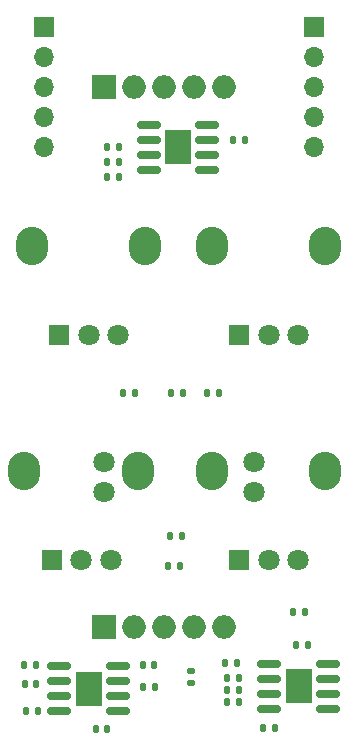
<source format=gbr>
%TF.GenerationSoftware,KiCad,Pcbnew,8.0.5*%
%TF.CreationDate,2024-11-22T15:59:57+05:30*%
%TF.ProjectId,kick,6b69636b-2e6b-4696-9361-645f70636258,rev?*%
%TF.SameCoordinates,Original*%
%TF.FileFunction,Soldermask,Top*%
%TF.FilePolarity,Negative*%
%FSLAX46Y46*%
G04 Gerber Fmt 4.6, Leading zero omitted, Abs format (unit mm)*
G04 Created by KiCad (PCBNEW 8.0.5) date 2024-11-22 15:59:57*
%MOMM*%
%LPD*%
G01*
G04 APERTURE LIST*
G04 Aperture macros list*
%AMRoundRect*
0 Rectangle with rounded corners*
0 $1 Rounding radius*
0 $2 $3 $4 $5 $6 $7 $8 $9 X,Y pos of 4 corners*
0 Add a 4 corners polygon primitive as box body*
4,1,4,$2,$3,$4,$5,$6,$7,$8,$9,$2,$3,0*
0 Add four circle primitives for the rounded corners*
1,1,$1+$1,$2,$3*
1,1,$1+$1,$4,$5*
1,1,$1+$1,$6,$7*
1,1,$1+$1,$8,$9*
0 Add four rect primitives between the rounded corners*
20,1,$1+$1,$2,$3,$4,$5,0*
20,1,$1+$1,$4,$5,$6,$7,0*
20,1,$1+$1,$6,$7,$8,$9,0*
20,1,$1+$1,$8,$9,$2,$3,0*%
G04 Aperture macros list end*
%ADD10RoundRect,0.140000X-0.140000X-0.170000X0.140000X-0.170000X0.140000X0.170000X-0.140000X0.170000X0*%
%ADD11O,2.720000X3.240000*%
%ADD12R,1.800000X1.800000*%
%ADD13C,1.800000*%
%ADD14RoundRect,0.135000X-0.135000X-0.185000X0.135000X-0.185000X0.135000X0.185000X-0.135000X0.185000X0*%
%ADD15RoundRect,0.135000X0.135000X0.185000X-0.135000X0.185000X-0.135000X-0.185000X0.135000X-0.185000X0*%
%ADD16RoundRect,0.135000X0.185000X-0.135000X0.185000X0.135000X-0.185000X0.135000X-0.185000X-0.135000X0*%
%ADD17R,1.700000X1.700000*%
%ADD18O,1.700000X1.700000*%
%ADD19RoundRect,0.150000X-0.825000X-0.150000X0.825000X-0.150000X0.825000X0.150000X-0.825000X0.150000X0*%
%ADD20R,2.290000X3.000000*%
%ADD21RoundRect,0.140000X0.140000X0.170000X-0.140000X0.170000X-0.140000X-0.170000X0.140000X-0.170000X0*%
%ADD22R,2.000000X2.000000*%
%ADD23O,2.000000X2.000000*%
G04 APERTURE END LIST*
D10*
%TO.C,C5*%
X59210000Y-99695000D03*
X60170000Y-99695000D03*
%TD*%
D11*
%TO.C,RV2*%
X49810000Y-64265000D03*
X59410000Y-64265000D03*
D12*
X52110000Y-71765000D03*
D13*
X54610000Y-71765000D03*
X57110000Y-71765000D03*
%TD*%
D11*
%TO.C,RV4*%
X49175000Y-83315000D03*
X58775000Y-83315000D03*
D12*
X51475000Y-90815000D03*
D13*
X53975000Y-90815000D03*
X56475000Y-90815000D03*
%TD*%
D10*
%TO.C,C7*%
X49332000Y-103632000D03*
X50292000Y-103632000D03*
%TD*%
D14*
%TO.C,R11*%
X69338000Y-105029000D03*
X70358000Y-105029000D03*
%TD*%
D15*
%TO.C,R16*%
X67310000Y-102870000D03*
X66290000Y-102870000D03*
%TD*%
D16*
%TO.C,R5*%
X63246000Y-101223000D03*
X63246000Y-100203000D03*
%TD*%
D17*
%TO.C,INPUT1*%
X50800000Y-45720000D03*
D18*
X50800000Y-48260000D03*
X50800000Y-50800000D03*
X50800000Y-53340000D03*
X50800000Y-55880000D03*
%TD*%
D19*
%TO.C,U1*%
X59690000Y-53975000D03*
X59690000Y-55245000D03*
X59690000Y-56515000D03*
X59690000Y-57785000D03*
X64640000Y-57785000D03*
X64640000Y-56515000D03*
X64640000Y-55245000D03*
X64640000Y-53975000D03*
D20*
X62165000Y-55880000D03*
%TD*%
D14*
%TO.C,R14*%
X61341000Y-91313000D03*
X62361000Y-91313000D03*
%TD*%
D11*
%TO.C,RV3*%
X65050000Y-64265000D03*
X74650000Y-64265000D03*
D12*
X67350000Y-71765000D03*
D13*
X69850000Y-71765000D03*
X72350000Y-71765000D03*
%TD*%
D15*
%TO.C,R6*%
X60200000Y-101600000D03*
X59180000Y-101600000D03*
%TD*%
%TO.C,R12*%
X67187000Y-99568000D03*
X66167000Y-99568000D03*
%TD*%
D14*
%TO.C,R1*%
X56130000Y-57150000D03*
X57150000Y-57150000D03*
%TD*%
D21*
%TO.C,C4*%
X73152000Y-98044000D03*
X72192000Y-98044000D03*
%TD*%
D15*
%TO.C,R3*%
X62611000Y-76708000D03*
X61591000Y-76708000D03*
%TD*%
D14*
%TO.C,R4*%
X66800000Y-55245000D03*
X67820000Y-55245000D03*
%TD*%
D15*
%TO.C,R8*%
X50165000Y-99695000D03*
X49145000Y-99695000D03*
%TD*%
D14*
%TO.C,R9*%
X57527000Y-76708000D03*
X58547000Y-76708000D03*
%TD*%
D10*
%TO.C,C1*%
X56190000Y-55880000D03*
X57150000Y-55880000D03*
%TD*%
%TO.C,C3*%
X56190000Y-58420000D03*
X57150000Y-58420000D03*
%TD*%
D15*
%TO.C,R2*%
X65659000Y-76708000D03*
X64639000Y-76708000D03*
%TD*%
D11*
%TO.C,RV1*%
X65050000Y-83315000D03*
X74650000Y-83315000D03*
D12*
X67350000Y-90815000D03*
D13*
X69850000Y-90815000D03*
X72350000Y-90815000D03*
%TD*%
D21*
%TO.C,C6*%
X50165000Y-101346000D03*
X49205000Y-101346000D03*
%TD*%
D19*
%TO.C,U3*%
X69915000Y-99580000D03*
X69915000Y-100850000D03*
X69915000Y-102120000D03*
X69915000Y-103390000D03*
X74865000Y-103390000D03*
X74865000Y-102120000D03*
X74865000Y-100850000D03*
X74865000Y-99580000D03*
D20*
X72390000Y-101485000D03*
%TD*%
D21*
%TO.C,C2*%
X56205000Y-105156000D03*
X55245000Y-105156000D03*
%TD*%
D19*
%TO.C,U2*%
X52135000Y-99810000D03*
X52135000Y-101080000D03*
X52135000Y-102350000D03*
X52135000Y-103620000D03*
X57085000Y-103620000D03*
X57085000Y-102350000D03*
X57085000Y-101080000D03*
X57085000Y-99810000D03*
D20*
X54610000Y-101715000D03*
%TD*%
D14*
%TO.C,R13*%
X61466000Y-88773000D03*
X62486000Y-88773000D03*
%TD*%
%TO.C,R7*%
X71880000Y-95250000D03*
X72900000Y-95250000D03*
%TD*%
D17*
%TO.C,OUTPUT1*%
X73660000Y-45720000D03*
D18*
X73660000Y-48260000D03*
X73660000Y-50800000D03*
X73660000Y-53340000D03*
X73660000Y-55880000D03*
%TD*%
D15*
%TO.C,R10*%
X67310000Y-100838000D03*
X66290000Y-100838000D03*
%TD*%
D14*
%TO.C,R15*%
X66290000Y-101854000D03*
X67310000Y-101854000D03*
%TD*%
D13*
%TO.C,U4*%
X68580000Y-82550000D03*
X68580000Y-85090000D03*
X55880000Y-82550000D03*
X55880000Y-85090000D03*
%TD*%
D22*
%TO.C,V_SUPPLY1*%
X55880000Y-50800000D03*
D23*
X58420000Y-50800000D03*
X60960000Y-50800000D03*
X63500000Y-50800000D03*
X66040000Y-50800000D03*
%TD*%
D22*
%TO.C,GND1*%
X55880000Y-96520000D03*
D23*
X58420000Y-96520000D03*
X60960000Y-96520000D03*
X63500000Y-96520000D03*
X66040000Y-96520000D03*
%TD*%
M02*

</source>
